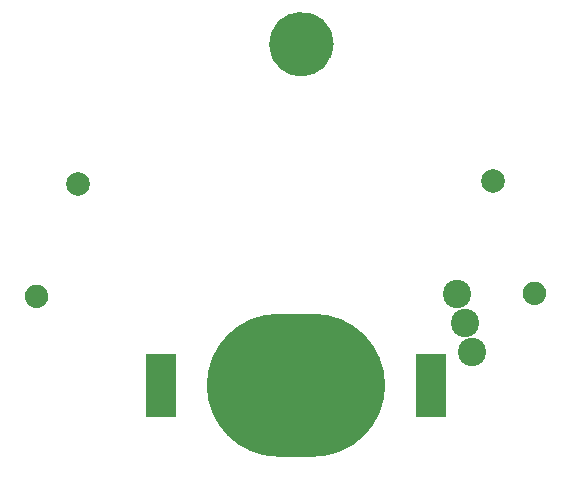
<source format=gbr>
%TF.GenerationSoftware,KiCad,Pcbnew,5.1.10*%
%TF.CreationDate,2021-09-11T14:13:10+02:00*%
%TF.ProjectId,seegeist,73656567-6569-4737-942e-6b696361645f,rev?*%
%TF.SameCoordinates,Original*%
%TF.FileFunction,Soldermask,Bot*%
%TF.FilePolarity,Negative*%
%FSLAX46Y46*%
G04 Gerber Fmt 4.6, Leading zero omitted, Abs format (unit mm)*
G04 Created by KiCad (PCBNEW 5.1.10) date 2021-09-11 14:13:10*
%MOMM*%
%LPD*%
G01*
G04 APERTURE LIST*
%ADD10C,3.500000*%
%ADD11C,2.000000*%
%ADD12C,2.400000*%
G04 APERTURE END LIST*
D10*
%TO.C,*%
X46618400Y-28368000D02*
G75*
G03*
X46618400Y-28368000I-1000000J0D01*
G01*
%TD*%
%TO.C,BT1*%
G36*
G01*
X57892000Y-54651600D02*
X57892000Y-59851600D01*
G75*
G02*
X57841200Y-59902400I-50800J0D01*
G01*
X55341200Y-59902400D01*
G75*
G02*
X55290400Y-59851600I0J50800D01*
G01*
X55290400Y-54651600D01*
G75*
G02*
X55341200Y-54600800I50800J0D01*
G01*
X57841200Y-54600800D01*
G75*
G02*
X57892000Y-54651600I0J-50800D01*
G01*
G37*
G36*
G01*
X52712000Y-57251600D02*
X52712000Y-57251600D01*
G75*
G02*
X46661200Y-63302400I-6050800J0D01*
G01*
X43661200Y-63302400D01*
G75*
G02*
X37610400Y-57251600I0J6050800D01*
G01*
X37610400Y-57251600D01*
G75*
G02*
X43661200Y-51200800I6050800J0D01*
G01*
X46661200Y-51200800D01*
G75*
G02*
X52712000Y-57251600I0J-6050800D01*
G01*
G37*
G36*
G01*
X35032000Y-54651600D02*
X35032000Y-59851600D01*
G75*
G02*
X34981200Y-59902400I-50800J0D01*
G01*
X32481200Y-59902400D01*
G75*
G02*
X32430400Y-59851600I0J50800D01*
G01*
X32430400Y-54651600D01*
G75*
G02*
X32481200Y-54600800I50800J0D01*
G01*
X34981200Y-54600800D01*
G75*
G02*
X35032000Y-54651600I0J-50800D01*
G01*
G37*
%TD*%
D11*
%TO.C,R1*%
X26670000Y-40182800D03*
G36*
G01*
X23537095Y-48790384D02*
X23537095Y-48790384D01*
G75*
G02*
X24134768Y-50072097I-342020J-939693D01*
G01*
X24134768Y-50072097D01*
G75*
G02*
X22853055Y-50669770I-939693J342020D01*
G01*
X22853055Y-50669770D01*
G75*
G02*
X22255382Y-49388057I342020J939693D01*
G01*
X22255382Y-49388057D01*
G75*
G02*
X23537095Y-48790384I939693J-342020D01*
G01*
G37*
%TD*%
%TO.C,R2*%
G36*
G01*
X65007305Y-48536384D02*
X65007305Y-48536384D01*
G75*
G02*
X66289018Y-49134057I342020J-939693D01*
G01*
X66289018Y-49134057D01*
G75*
G02*
X65691345Y-50415770I-939693J-342020D01*
G01*
X65691345Y-50415770D01*
G75*
G02*
X64409632Y-49818097I-342020J939693D01*
G01*
X64409632Y-49818097D01*
G75*
G02*
X65007305Y-48536384I939693J342020D01*
G01*
G37*
X61874400Y-39928800D03*
%TD*%
D12*
%TO.C,SW1*%
X60090401Y-54436903D03*
X59433000Y-51983452D03*
X58775600Y-49530000D03*
%TD*%
M02*

</source>
